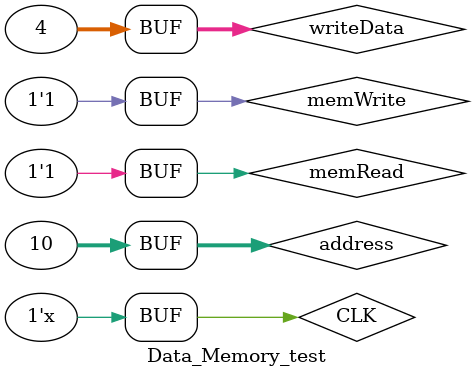
<source format=v>
`timescale 1ns / 1ps

`include "Data_Memory.v"

module Data_Memory_test;
	reg CLK;
	reg [31:0] address;
	reg [31:0] writeData;
	reg memWrite;
	reg memRead;
	
	// Outputs
	wire [31:0] readData;
	initial begin
		$dumpfile("Data_Memory_test.vcd");
		$dumpvars(0, Data_Memory_test);
	end
	// Instantiate the Unit Under Test (UUT)
	Data_Memory uut (
		.CLK(CLK), 
		.address(address), 
		.writeData(writeData), 
		.memWrite(memWrite), 
		.memRead(memRead),
		.readData(readData)
	);
	
	initial 
		begin
			CLK = 0;
		end
	
	always #50 CLK = ~CLK; // T=100 ns

	initial begin

		address = 32'b0000_0000_0000_0000_0000_0000_0000_1110; // 14
		writeData = 0;
		memWrite =  0;
		memRead =   1;

		#100;
		address   = 32'b0000_0000_0000_0000_0000_0000_0000_1010; // 8
		writeData = 32'b0000_0000_0000_0000_0000_0000_0000_0100; // 4
		memWrite  = 1;
		memRead   = 1;
		
		#100;



	end
      
endmodule 
</source>
